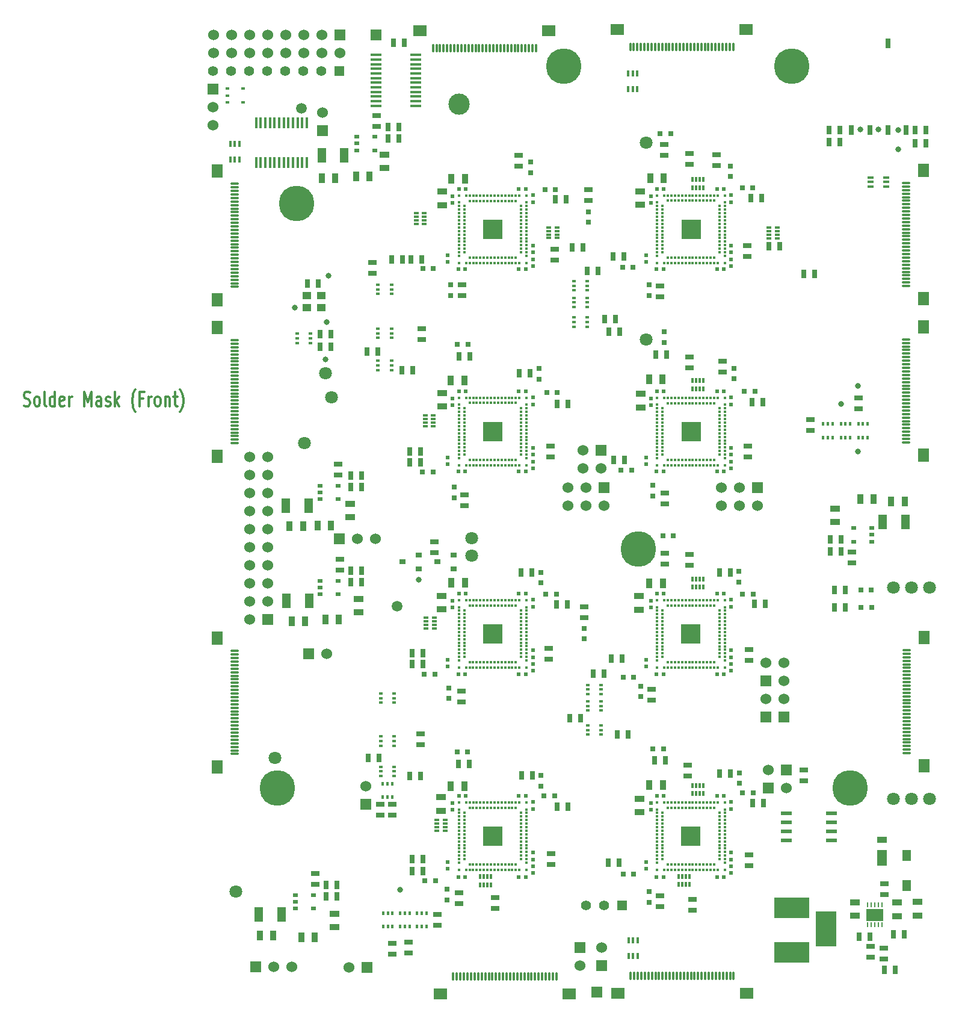
<source format=gts>
G04 (created by PCBNEW (2013-mar-13)-testing) date Fri 02 Aug 2013 11:02:34 BST*
%MOIN*%
G04 Gerber Fmt 3.4, Leading zero omitted, Abs format*
%FSLAX34Y34*%
G01*
G70*
G90*
G04 APERTURE LIST*
%ADD10C,0.000787*%
%ADD11C,0.012000*%
%ADD12R,0.060000X0.060000*%
%ADD13C,0.060000*%
%ADD14R,0.055000X0.055000*%
%ADD15C,0.055000*%
%ADD16C,0.031600*%
%ADD17R,0.063000X0.063000*%
%ADD18R,0.196900X0.118100*%
%ADD19R,0.118100X0.196900*%
%ADD20C,0.059100*%
%ADD21C,0.070900*%
%ADD22R,0.025600X0.011800*%
%ADD23R,0.051200X0.043300*%
%ADD24R,0.074800X0.063000*%
%ADD25O,0.011800X0.049200*%
%ADD26R,0.045000X0.025000*%
%ADD27R,0.030000X0.020000*%
%ADD28R,0.025000X0.045000*%
%ADD29R,0.093700X0.065000*%
%ADD30R,0.009800X0.026600*%
%ADD31R,0.055100X0.086600*%
%ADD32R,0.055100X0.035400*%
%ADD33R,0.015700X0.019700*%
%ADD34R,0.019700X0.015700*%
%ADD35R,0.063000X0.074800*%
%ADD36O,0.049200X0.011800*%
%ADD37R,0.011800X0.063000*%
%ADD38R,0.063000X0.011800*%
%ADD39R,0.025600X0.053100*%
%ADD40R,0.037400X0.025600*%
%ADD41R,0.023600X0.015700*%
%ADD42R,0.047200X0.063000*%
%ADD43R,0.047200X0.078700*%
%ADD44R,0.024400X0.024400*%
%ADD45R,0.055000X0.035000*%
%ADD46R,0.035000X0.055000*%
%ADD47C,0.196900*%
%ADD48R,0.031400X0.031400*%
%ADD49R,0.059100X0.020000*%
%ADD50R,0.011800X0.025600*%
%ADD51R,0.013800X0.033500*%
%ADD52R,0.033500X0.013800*%
%ADD53C,0.118110*%
%ADD54R,0.110200X0.110200*%
%ADD55R,0.011800X0.011800*%
G04 APERTURE END LIST*
G54D10*
G54D11*
X5443Y-31770D02*
X5529Y-31808D01*
X5672Y-31808D01*
X5729Y-31770D01*
X5757Y-31732D01*
X5786Y-31656D01*
X5786Y-31580D01*
X5757Y-31504D01*
X5729Y-31466D01*
X5672Y-31427D01*
X5557Y-31389D01*
X5500Y-31351D01*
X5472Y-31313D01*
X5443Y-31237D01*
X5443Y-31161D01*
X5472Y-31085D01*
X5500Y-31047D01*
X5557Y-31008D01*
X5700Y-31008D01*
X5786Y-31047D01*
X6129Y-31808D02*
X6072Y-31770D01*
X6043Y-31732D01*
X6014Y-31656D01*
X6014Y-31427D01*
X6043Y-31351D01*
X6072Y-31313D01*
X6129Y-31275D01*
X6214Y-31275D01*
X6272Y-31313D01*
X6300Y-31351D01*
X6329Y-31427D01*
X6329Y-31656D01*
X6300Y-31732D01*
X6272Y-31770D01*
X6214Y-31808D01*
X6129Y-31808D01*
X6672Y-31808D02*
X6614Y-31770D01*
X6586Y-31694D01*
X6586Y-31008D01*
X7157Y-31808D02*
X7157Y-31008D01*
X7157Y-31770D02*
X7100Y-31808D01*
X6986Y-31808D01*
X6929Y-31770D01*
X6900Y-31732D01*
X6872Y-31656D01*
X6872Y-31427D01*
X6900Y-31351D01*
X6929Y-31313D01*
X6986Y-31275D01*
X7100Y-31275D01*
X7157Y-31313D01*
X7672Y-31770D02*
X7614Y-31808D01*
X7500Y-31808D01*
X7443Y-31770D01*
X7414Y-31694D01*
X7414Y-31389D01*
X7443Y-31313D01*
X7500Y-31275D01*
X7614Y-31275D01*
X7672Y-31313D01*
X7700Y-31389D01*
X7700Y-31466D01*
X7414Y-31542D01*
X7957Y-31808D02*
X7957Y-31275D01*
X7957Y-31427D02*
X7986Y-31351D01*
X8014Y-31313D01*
X8072Y-31275D01*
X8129Y-31275D01*
X8786Y-31808D02*
X8786Y-31008D01*
X8986Y-31580D01*
X9186Y-31008D01*
X9186Y-31808D01*
X9729Y-31808D02*
X9729Y-31389D01*
X9700Y-31313D01*
X9643Y-31275D01*
X9529Y-31275D01*
X9472Y-31313D01*
X9729Y-31770D02*
X9672Y-31808D01*
X9529Y-31808D01*
X9472Y-31770D01*
X9443Y-31694D01*
X9443Y-31618D01*
X9472Y-31542D01*
X9529Y-31504D01*
X9672Y-31504D01*
X9729Y-31466D01*
X9986Y-31770D02*
X10043Y-31808D01*
X10157Y-31808D01*
X10214Y-31770D01*
X10243Y-31694D01*
X10243Y-31656D01*
X10214Y-31580D01*
X10157Y-31542D01*
X10072Y-31542D01*
X10014Y-31504D01*
X9986Y-31427D01*
X9986Y-31389D01*
X10014Y-31313D01*
X10072Y-31275D01*
X10157Y-31275D01*
X10214Y-31313D01*
X10500Y-31808D02*
X10500Y-31008D01*
X10557Y-31504D02*
X10729Y-31808D01*
X10729Y-31275D02*
X10500Y-31580D01*
X11614Y-32113D02*
X11586Y-32075D01*
X11529Y-31961D01*
X11500Y-31885D01*
X11472Y-31770D01*
X11443Y-31580D01*
X11443Y-31427D01*
X11472Y-31237D01*
X11500Y-31123D01*
X11529Y-31047D01*
X11586Y-30932D01*
X11614Y-30894D01*
X12043Y-31389D02*
X11843Y-31389D01*
X11843Y-31808D02*
X11843Y-31008D01*
X12129Y-31008D01*
X12357Y-31808D02*
X12357Y-31275D01*
X12357Y-31427D02*
X12386Y-31351D01*
X12414Y-31313D01*
X12472Y-31275D01*
X12529Y-31275D01*
X12814Y-31808D02*
X12757Y-31770D01*
X12729Y-31732D01*
X12700Y-31656D01*
X12700Y-31427D01*
X12729Y-31351D01*
X12757Y-31313D01*
X12814Y-31275D01*
X12900Y-31275D01*
X12957Y-31313D01*
X12986Y-31351D01*
X13014Y-31427D01*
X13014Y-31656D01*
X12986Y-31732D01*
X12957Y-31770D01*
X12900Y-31808D01*
X12814Y-31808D01*
X13272Y-31275D02*
X13272Y-31808D01*
X13272Y-31351D02*
X13300Y-31313D01*
X13357Y-31275D01*
X13443Y-31275D01*
X13500Y-31313D01*
X13529Y-31389D01*
X13529Y-31808D01*
X13729Y-31275D02*
X13957Y-31275D01*
X13814Y-31008D02*
X13814Y-31694D01*
X13843Y-31770D01*
X13900Y-31808D01*
X13957Y-31808D01*
X14100Y-32113D02*
X14129Y-32075D01*
X14186Y-31961D01*
X14214Y-31885D01*
X14243Y-31770D01*
X14272Y-31580D01*
X14272Y-31427D01*
X14243Y-31237D01*
X14214Y-31123D01*
X14186Y-31047D01*
X14129Y-30932D01*
X14100Y-30894D01*
G54D12*
X22939Y-11242D03*
G54D13*
X22939Y-12242D03*
X21939Y-11242D03*
X21939Y-12242D03*
X20939Y-11242D03*
X20939Y-12242D03*
X19939Y-11242D03*
X19939Y-12242D03*
X18939Y-11242D03*
X18939Y-12242D03*
X17939Y-11242D03*
X17939Y-12242D03*
X16939Y-11242D03*
X16939Y-12242D03*
X15939Y-12242D03*
X15939Y-11242D03*
G54D14*
X22929Y-13248D03*
G54D15*
X21929Y-13248D03*
X20929Y-13248D03*
X19929Y-13248D03*
X18929Y-13248D03*
X17929Y-13248D03*
X16929Y-13248D03*
X15929Y-13248D03*
G54D16*
X20443Y-26348D03*
G54D14*
X38598Y-59459D03*
G54D15*
X37598Y-59459D03*
X36598Y-59459D03*
G54D17*
X24951Y-11250D03*
G54D18*
X47982Y-62041D03*
X47982Y-59581D03*
G54D19*
X49872Y-60762D03*
G54D20*
X20827Y-15315D03*
X26122Y-42894D03*
G54D21*
X30236Y-40069D03*
G54D16*
X22303Y-24567D03*
G54D22*
X27174Y-21122D03*
X27174Y-21319D03*
X27174Y-21516D03*
X27174Y-21713D03*
X27627Y-21713D03*
X27627Y-21516D03*
X27627Y-21319D03*
X27627Y-21122D03*
G54D23*
X21929Y-25699D03*
X21103Y-25699D03*
X21103Y-26349D03*
X21929Y-26349D03*
G54D12*
X18935Y-43630D03*
G54D13*
X17935Y-43630D03*
X18935Y-42630D03*
X17935Y-42630D03*
X18935Y-41630D03*
X17935Y-41630D03*
X18935Y-40630D03*
X17935Y-40630D03*
X18935Y-39630D03*
X17935Y-39630D03*
X18935Y-38630D03*
X17935Y-38630D03*
X18935Y-37630D03*
X17935Y-37630D03*
X18935Y-36630D03*
X17935Y-36630D03*
X18935Y-35630D03*
X17935Y-35630D03*
X18935Y-34630D03*
X17935Y-34630D03*
G54D24*
X45454Y-10964D03*
X38328Y-10964D03*
G54D25*
X39036Y-11928D03*
X39232Y-11928D03*
X39429Y-11928D03*
X39626Y-11928D03*
X39823Y-11928D03*
X40020Y-11928D03*
X40217Y-11928D03*
X40414Y-11928D03*
X40610Y-11928D03*
X40807Y-11928D03*
X41004Y-11928D03*
X41201Y-11928D03*
X41398Y-11928D03*
X41595Y-11928D03*
X41793Y-11929D03*
X41988Y-11928D03*
X42185Y-11928D03*
X42382Y-11928D03*
X42776Y-11928D03*
X43170Y-11928D03*
X43563Y-11928D03*
X43366Y-11928D03*
X42973Y-11928D03*
X42579Y-11928D03*
X43760Y-11928D03*
X43957Y-11928D03*
X44154Y-11928D03*
X44351Y-11928D03*
X44547Y-11928D03*
X44746Y-11928D03*
G54D24*
X34526Y-11022D03*
X27400Y-11022D03*
G54D25*
X28108Y-11986D03*
X28304Y-11986D03*
X28501Y-11986D03*
X28698Y-11986D03*
X28895Y-11986D03*
X29092Y-11986D03*
X29289Y-11986D03*
X29486Y-11986D03*
X29682Y-11986D03*
X29879Y-11986D03*
X30076Y-11986D03*
X30273Y-11986D03*
X30470Y-11986D03*
X30667Y-11986D03*
X30865Y-11987D03*
X31060Y-11986D03*
X31257Y-11986D03*
X31454Y-11986D03*
X31848Y-11986D03*
X32242Y-11986D03*
X32635Y-11986D03*
X32438Y-11986D03*
X32045Y-11986D03*
X31651Y-11986D03*
X32832Y-11986D03*
X33029Y-11986D03*
X33226Y-11986D03*
X33423Y-11986D03*
X33619Y-11986D03*
X33818Y-11986D03*
G54D26*
X34528Y-45812D03*
X34528Y-45212D03*
X34646Y-57170D03*
X34646Y-56570D03*
X45531Y-23528D03*
X45531Y-22928D03*
X45551Y-34610D03*
X45551Y-34010D03*
G54D27*
X20485Y-58877D03*
X20485Y-59627D03*
X21485Y-58877D03*
X20485Y-59252D03*
X21485Y-59627D03*
G54D26*
X21575Y-58293D03*
X21575Y-57693D03*
G54D28*
X22800Y-58327D03*
X22200Y-58327D03*
G54D27*
X21841Y-36213D03*
X21841Y-36963D03*
X22841Y-36213D03*
X21841Y-36588D03*
X22841Y-36963D03*
G54D26*
X22855Y-35616D03*
X22855Y-35016D03*
G54D28*
X24156Y-35663D03*
X23556Y-35663D03*
X24160Y-40923D03*
X23560Y-40923D03*
G54D26*
X22935Y-40889D03*
X22935Y-40289D03*
G54D27*
X21845Y-41473D03*
X21845Y-42223D03*
X22845Y-41473D03*
X21845Y-41848D03*
X22845Y-42223D03*
X23890Y-16891D03*
X23890Y-17641D03*
X24890Y-16891D03*
X23890Y-17266D03*
X24890Y-17641D03*
X52419Y-39303D03*
X52419Y-38553D03*
X51419Y-39303D03*
X52419Y-38928D03*
X51419Y-38553D03*
G54D29*
X52585Y-59971D03*
G54D30*
X52585Y-60522D03*
X52782Y-60522D03*
X52979Y-60522D03*
X52388Y-60522D03*
X52191Y-60522D03*
X52585Y-59420D03*
X52388Y-59420D03*
X52191Y-59420D03*
X52782Y-59420D03*
X52979Y-59420D03*
G54D31*
X52972Y-56831D03*
G54D32*
X52972Y-55827D03*
G54D28*
X50104Y-39853D03*
X50704Y-39853D03*
G54D26*
X51329Y-39887D03*
X51329Y-40487D03*
X52350Y-62318D03*
X52350Y-61718D03*
G54D28*
X52315Y-61172D03*
X51715Y-61172D03*
G54D26*
X53071Y-61806D03*
X53071Y-62406D03*
G54D28*
X53605Y-61054D03*
X54205Y-61054D03*
G54D26*
X24980Y-16307D03*
X24980Y-15707D03*
G54D28*
X26205Y-16341D03*
X25605Y-16341D03*
G54D26*
X34862Y-23725D03*
X34862Y-23125D03*
G54D33*
X27481Y-59882D03*
X27737Y-59882D03*
X27225Y-59882D03*
X27225Y-60630D03*
X27481Y-60630D03*
X27737Y-60630D03*
X26556Y-59882D03*
X26812Y-59882D03*
X26300Y-59882D03*
X26300Y-60630D03*
X26556Y-60630D03*
X26812Y-60630D03*
X25611Y-59882D03*
X25867Y-59882D03*
X25355Y-59882D03*
X25355Y-60630D03*
X25611Y-60630D03*
X25867Y-60630D03*
G54D26*
X45630Y-57249D03*
X45630Y-56649D03*
X45610Y-45891D03*
X45610Y-45291D03*
X34626Y-34610D03*
X34626Y-34010D03*
G54D34*
X35904Y-25137D03*
X35904Y-24881D03*
X35904Y-25393D03*
X36652Y-25393D03*
X36652Y-25137D03*
X36652Y-24881D03*
X25059Y-25335D03*
X25059Y-25079D03*
X25059Y-25591D03*
X25807Y-25591D03*
X25807Y-25335D03*
X25807Y-25079D03*
X35904Y-26063D03*
X35904Y-25807D03*
X35904Y-26319D03*
X36652Y-26319D03*
X36652Y-26063D03*
X36652Y-25807D03*
X25059Y-27776D03*
X25059Y-27520D03*
X25059Y-28032D03*
X25807Y-28032D03*
X25807Y-27776D03*
X25807Y-27520D03*
G54D24*
X28524Y-64351D03*
X35650Y-64351D03*
G54D25*
X34942Y-63387D03*
X34746Y-63387D03*
X34549Y-63387D03*
X34352Y-63387D03*
X34155Y-63387D03*
X33958Y-63387D03*
X33761Y-63387D03*
X33564Y-63387D03*
X33368Y-63387D03*
X33171Y-63387D03*
X32974Y-63387D03*
X32777Y-63387D03*
X32580Y-63387D03*
X32383Y-63387D03*
X32185Y-63386D03*
X31990Y-63387D03*
X31793Y-63387D03*
X31596Y-63387D03*
X31202Y-63387D03*
X30808Y-63387D03*
X30415Y-63387D03*
X30612Y-63387D03*
X31005Y-63387D03*
X31399Y-63387D03*
X30218Y-63387D03*
X30021Y-63387D03*
X29824Y-63387D03*
X29627Y-63387D03*
X29431Y-63387D03*
X29232Y-63387D03*
G54D24*
X38347Y-64312D03*
X45473Y-64312D03*
G54D25*
X44765Y-63348D03*
X44569Y-63348D03*
X44372Y-63348D03*
X44175Y-63348D03*
X43978Y-63348D03*
X43781Y-63348D03*
X43584Y-63348D03*
X43387Y-63348D03*
X43191Y-63348D03*
X42994Y-63348D03*
X42797Y-63348D03*
X42600Y-63348D03*
X42403Y-63348D03*
X42206Y-63348D03*
X42008Y-63347D03*
X41813Y-63348D03*
X41616Y-63348D03*
X41419Y-63348D03*
X41025Y-63348D03*
X40631Y-63348D03*
X40238Y-63348D03*
X40435Y-63348D03*
X40828Y-63348D03*
X41222Y-63348D03*
X40041Y-63348D03*
X39844Y-63348D03*
X39647Y-63348D03*
X39450Y-63348D03*
X39254Y-63348D03*
X39055Y-63348D03*
G54D35*
X55294Y-25865D03*
X55294Y-18739D03*
G54D36*
X54330Y-19447D03*
X54330Y-19643D03*
X54330Y-19840D03*
X54330Y-20037D03*
X54330Y-20234D03*
X54330Y-20431D03*
X54330Y-20628D03*
X54330Y-20825D03*
X54330Y-21021D03*
X54330Y-21218D03*
X54330Y-21415D03*
X54330Y-21612D03*
X54330Y-21809D03*
X54330Y-22006D03*
X54329Y-22204D03*
X54330Y-22399D03*
X54330Y-22596D03*
X54330Y-22793D03*
X54330Y-23187D03*
X54330Y-23581D03*
X54330Y-23974D03*
X54330Y-23777D03*
X54330Y-23384D03*
X54330Y-22990D03*
X54330Y-24171D03*
X54330Y-24368D03*
X54330Y-24565D03*
X54330Y-24762D03*
X54330Y-24958D03*
X54330Y-25157D03*
G54D35*
X55296Y-34527D03*
X55296Y-27401D03*
G54D36*
X54332Y-28109D03*
X54332Y-28305D03*
X54332Y-28502D03*
X54332Y-28699D03*
X54332Y-28896D03*
X54332Y-29093D03*
X54332Y-29290D03*
X54332Y-29487D03*
X54332Y-29683D03*
X54332Y-29880D03*
X54332Y-30077D03*
X54332Y-30274D03*
X54332Y-30471D03*
X54332Y-30668D03*
X54331Y-30866D03*
X54332Y-31061D03*
X54332Y-31258D03*
X54332Y-31455D03*
X54332Y-31849D03*
X54332Y-32243D03*
X54332Y-32636D03*
X54332Y-32439D03*
X54332Y-32046D03*
X54332Y-31652D03*
X54332Y-32833D03*
X54332Y-33030D03*
X54332Y-33227D03*
X54332Y-33424D03*
X54332Y-33620D03*
X54332Y-33819D03*
G54D35*
X55316Y-51732D03*
X55316Y-44606D03*
G54D36*
X54352Y-45314D03*
X54352Y-45510D03*
X54352Y-45707D03*
X54352Y-45904D03*
X54352Y-46101D03*
X54352Y-46298D03*
X54352Y-46495D03*
X54352Y-46692D03*
X54352Y-46888D03*
X54352Y-47085D03*
X54352Y-47282D03*
X54352Y-47479D03*
X54352Y-47676D03*
X54352Y-47873D03*
X54351Y-48071D03*
X54352Y-48266D03*
X54352Y-48463D03*
X54352Y-48660D03*
X54352Y-49054D03*
X54352Y-49448D03*
X54352Y-49841D03*
X54352Y-49644D03*
X54352Y-49251D03*
X54352Y-48857D03*
X54352Y-50038D03*
X54352Y-50235D03*
X54352Y-50432D03*
X54352Y-50629D03*
X54352Y-50825D03*
X54352Y-51024D03*
G54D35*
X16161Y-44646D03*
X16161Y-51772D03*
G54D36*
X17125Y-51064D03*
X17125Y-50868D03*
X17125Y-50671D03*
X17125Y-50474D03*
X17125Y-50277D03*
X17125Y-50080D03*
X17125Y-49883D03*
X17125Y-49686D03*
X17125Y-49490D03*
X17125Y-49293D03*
X17125Y-49096D03*
X17125Y-48899D03*
X17125Y-48702D03*
X17125Y-48505D03*
X17126Y-48307D03*
X17125Y-48112D03*
X17125Y-47915D03*
X17125Y-47718D03*
X17125Y-47324D03*
X17125Y-46930D03*
X17125Y-46537D03*
X17125Y-46734D03*
X17125Y-47127D03*
X17125Y-47521D03*
X17125Y-46340D03*
X17125Y-46143D03*
X17125Y-45946D03*
X17125Y-45749D03*
X17125Y-45553D03*
X17125Y-45354D03*
G54D35*
X16161Y-27441D03*
X16161Y-34567D03*
G54D36*
X17125Y-33859D03*
X17125Y-33663D03*
X17125Y-33466D03*
X17125Y-33269D03*
X17125Y-33072D03*
X17125Y-32875D03*
X17125Y-32678D03*
X17125Y-32481D03*
X17125Y-32285D03*
X17125Y-32088D03*
X17125Y-31891D03*
X17125Y-31694D03*
X17125Y-31497D03*
X17125Y-31300D03*
X17126Y-31102D03*
X17125Y-30907D03*
X17125Y-30710D03*
X17125Y-30513D03*
X17125Y-30119D03*
X17125Y-29725D03*
X17125Y-29332D03*
X17125Y-29529D03*
X17125Y-29922D03*
X17125Y-30316D03*
X17125Y-29135D03*
X17125Y-28938D03*
X17125Y-28741D03*
X17125Y-28544D03*
X17125Y-28348D03*
X17125Y-28149D03*
G54D35*
X16160Y-18780D03*
X16160Y-25906D03*
G54D36*
X17124Y-25198D03*
X17124Y-25002D03*
X17124Y-24805D03*
X17124Y-24608D03*
X17124Y-24411D03*
X17124Y-24214D03*
X17124Y-24017D03*
X17124Y-23820D03*
X17124Y-23624D03*
X17124Y-23427D03*
X17124Y-23230D03*
X17124Y-23033D03*
X17124Y-22836D03*
X17124Y-22639D03*
X17125Y-22441D03*
X17124Y-22246D03*
X17124Y-22049D03*
X17124Y-21852D03*
X17124Y-21458D03*
X17124Y-21064D03*
X17124Y-20671D03*
X17124Y-20868D03*
X17124Y-21261D03*
X17124Y-21655D03*
X17124Y-20474D03*
X17124Y-20277D03*
X17124Y-20080D03*
X17124Y-19883D03*
X17124Y-19687D03*
X17124Y-19488D03*
G54D37*
X20610Y-18307D03*
X20866Y-18307D03*
X21122Y-18307D03*
X20354Y-18307D03*
X20098Y-18307D03*
X19842Y-18307D03*
X18307Y-18307D03*
X18563Y-18307D03*
X18819Y-18307D03*
X19587Y-18307D03*
X19331Y-18307D03*
X19075Y-18307D03*
X19075Y-16103D03*
X19331Y-16103D03*
X19587Y-16103D03*
X18819Y-16103D03*
X18563Y-16103D03*
X18307Y-16103D03*
X19842Y-16103D03*
X20098Y-16103D03*
X20354Y-16103D03*
X21122Y-16103D03*
X20866Y-16103D03*
X20610Y-16103D03*
G54D38*
X27165Y-12874D03*
X27165Y-12618D03*
X27165Y-12362D03*
X27165Y-13130D03*
X27165Y-13386D03*
X27165Y-13642D03*
X27165Y-15177D03*
X27165Y-14921D03*
X27165Y-14665D03*
X27165Y-13897D03*
X27165Y-14153D03*
X27165Y-14409D03*
X24961Y-14409D03*
X24961Y-14153D03*
X24961Y-13897D03*
X24961Y-14665D03*
X24961Y-14921D03*
X24961Y-15177D03*
X24961Y-13642D03*
X24961Y-13386D03*
X24961Y-13130D03*
X24961Y-12362D03*
X24961Y-12618D03*
X24961Y-12874D03*
G54D39*
X53306Y-16516D03*
X54310Y-16516D03*
X52302Y-16516D03*
X51298Y-16516D03*
X53307Y-11713D03*
G54D40*
X29252Y-40806D03*
X29252Y-40058D03*
X28346Y-40432D03*
X27323Y-40806D03*
X27323Y-40058D03*
X26417Y-40432D03*
G54D26*
X28169Y-39306D03*
X28169Y-39906D03*
X26752Y-61472D03*
X26752Y-62072D03*
G54D34*
X35905Y-27145D03*
X35905Y-26889D03*
X35905Y-27401D03*
X36653Y-27401D03*
X36653Y-27145D03*
X36653Y-26889D03*
G54D41*
X16713Y-14606D03*
X16713Y-14232D03*
X16713Y-14980D03*
X17579Y-14980D03*
X17579Y-14232D03*
G54D26*
X24764Y-24454D03*
X24764Y-23854D03*
G54D28*
X54818Y-16516D03*
X55418Y-16516D03*
X54818Y-17244D03*
X55418Y-17244D03*
X50635Y-17185D03*
X50035Y-17185D03*
X50635Y-16516D03*
X50035Y-16516D03*
G54D34*
X36673Y-47500D03*
X36673Y-47244D03*
X36673Y-47756D03*
X37421Y-47756D03*
X37421Y-47500D03*
X37421Y-47244D03*
X36673Y-48406D03*
X36673Y-48150D03*
X36673Y-48662D03*
X37421Y-48662D03*
X37421Y-48406D03*
X37421Y-48150D03*
X25217Y-47972D03*
X25217Y-47716D03*
X25217Y-48228D03*
X25965Y-48228D03*
X25965Y-47972D03*
X25965Y-47716D03*
X25217Y-50354D03*
X25217Y-50098D03*
X25217Y-50610D03*
X25965Y-50610D03*
X25965Y-50354D03*
X25965Y-50098D03*
G54D33*
X50965Y-33543D03*
X50709Y-33543D03*
X51221Y-33543D03*
X51221Y-32795D03*
X50965Y-32795D03*
X50709Y-32795D03*
X51929Y-33543D03*
X51673Y-33543D03*
X52185Y-33543D03*
X52185Y-32795D03*
X51929Y-32795D03*
X51673Y-32795D03*
G54D34*
X20581Y-28051D03*
X20581Y-27795D03*
X20581Y-28307D03*
X21329Y-28307D03*
X21329Y-28051D03*
X21329Y-27795D03*
X36673Y-49744D03*
X36673Y-49488D03*
X36673Y-50000D03*
X37421Y-50000D03*
X37421Y-49744D03*
X37421Y-49488D03*
X25217Y-52028D03*
X25217Y-51772D03*
X25217Y-52284D03*
X25965Y-52284D03*
X25965Y-52028D03*
X25965Y-51772D03*
G54D33*
X49980Y-33543D03*
X49724Y-33543D03*
X50236Y-33543D03*
X50236Y-32795D03*
X49980Y-32795D03*
X49724Y-32795D03*
G54D42*
X54350Y-56671D03*
X54350Y-58345D03*
G54D43*
X54291Y-38205D03*
X53031Y-38205D03*
X18457Y-59960D03*
X19717Y-59960D03*
X19990Y-42578D03*
X21250Y-42578D03*
X19957Y-37322D03*
X21217Y-37322D03*
X21941Y-17925D03*
X23201Y-17925D03*
G54D26*
X53110Y-58863D03*
X53110Y-58263D03*
G54D28*
X21767Y-25010D03*
X21167Y-25010D03*
X26206Y-16969D03*
X25606Y-16969D03*
X53106Y-63012D03*
X53706Y-63012D03*
X50113Y-39173D03*
X50713Y-39173D03*
X24158Y-41555D03*
X23558Y-41555D03*
X24158Y-36299D03*
X23558Y-36299D03*
X22800Y-58957D03*
X22200Y-58957D03*
X37249Y-24331D03*
X36649Y-24331D03*
G54D26*
X27421Y-49936D03*
X27421Y-50536D03*
X27480Y-28115D03*
X27480Y-27515D03*
G54D28*
X37583Y-46614D03*
X36983Y-46614D03*
G54D26*
X42224Y-51669D03*
X42224Y-52269D03*
X42303Y-40015D03*
X42303Y-40615D03*
X42500Y-59129D03*
X42500Y-59729D03*
X25866Y-62150D03*
X25866Y-61550D03*
X51673Y-31354D03*
X51673Y-31954D03*
X31535Y-59011D03*
X31535Y-59611D03*
G54D28*
X24503Y-51280D03*
X25103Y-51280D03*
X27426Y-52283D03*
X26826Y-52283D03*
X38922Y-50000D03*
X38322Y-50000D03*
X35684Y-49075D03*
X36284Y-49075D03*
X27564Y-45472D03*
X26964Y-45472D03*
X27544Y-56870D03*
X26944Y-56870D03*
X38450Y-27697D03*
X37850Y-27697D03*
X38233Y-26969D03*
X37633Y-26969D03*
X26973Y-29803D03*
X26373Y-29803D03*
X24464Y-28799D03*
X25064Y-28799D03*
X36402Y-23012D03*
X35802Y-23012D03*
X27426Y-34311D03*
X26826Y-34311D03*
G54D26*
X42303Y-17830D03*
X42303Y-18430D03*
X42303Y-29070D03*
X42303Y-29670D03*
G54D28*
X47308Y-22953D03*
X46708Y-22953D03*
X48657Y-24488D03*
X49257Y-24488D03*
X26422Y-23681D03*
X25822Y-23681D03*
X38686Y-23524D03*
X38086Y-23524D03*
G54D26*
X40669Y-25153D03*
X40669Y-25753D03*
X43819Y-18469D03*
X43819Y-17869D03*
G54D28*
X45724Y-20295D03*
X46324Y-20295D03*
X38715Y-34773D03*
X38115Y-34773D03*
G54D26*
X40945Y-36629D03*
X40945Y-37229D03*
X44154Y-29926D03*
X44154Y-29326D03*
G54D28*
X45783Y-31575D03*
X46383Y-31575D03*
X27564Y-46083D03*
X26964Y-46083D03*
G54D26*
X29685Y-47574D03*
X29685Y-48174D03*
G54D28*
X32987Y-41004D03*
X33587Y-41004D03*
X34956Y-42776D03*
X35556Y-42776D03*
X27544Y-57539D03*
X26944Y-57539D03*
G54D26*
X29547Y-58735D03*
X29547Y-59335D03*
G54D28*
X33007Y-52244D03*
X33607Y-52244D03*
X34995Y-53996D03*
X35595Y-53996D03*
X38587Y-45768D03*
X37987Y-45768D03*
G54D26*
X40217Y-47495D03*
X40217Y-48095D03*
G54D28*
X43972Y-41024D03*
X44572Y-41024D03*
X45920Y-42756D03*
X46520Y-42756D03*
X38410Y-57087D03*
X37810Y-57087D03*
G54D26*
X40689Y-58932D03*
X40689Y-59532D03*
G54D28*
X43972Y-52146D03*
X44572Y-52146D03*
X45822Y-53799D03*
X46422Y-53799D03*
X27485Y-23681D03*
X26885Y-23681D03*
G54D26*
X29705Y-25074D03*
X29705Y-25674D03*
X32854Y-18509D03*
X32854Y-17909D03*
G54D28*
X34877Y-20354D03*
X35477Y-20354D03*
X27426Y-34902D03*
X26826Y-34902D03*
G54D26*
X29843Y-36728D03*
X29843Y-37328D03*
G54D28*
X32889Y-30000D03*
X33489Y-30000D03*
X34976Y-31673D03*
X35576Y-31673D03*
G54D44*
X33642Y-22921D03*
X33642Y-23299D03*
X29193Y-20563D03*
X29193Y-20185D03*
X28917Y-23453D03*
X28917Y-23831D03*
X33642Y-20504D03*
X33642Y-20126D03*
X33642Y-23669D03*
X33642Y-24047D03*
X29913Y-19783D03*
X29535Y-19783D03*
X32862Y-24232D03*
X33240Y-24232D03*
X29894Y-24232D03*
X29516Y-24232D03*
X32862Y-19783D03*
X33240Y-19783D03*
X43846Y-30984D03*
X44224Y-30984D03*
X40878Y-35433D03*
X40500Y-35433D03*
X43846Y-35433D03*
X44224Y-35433D03*
X40898Y-30984D03*
X40520Y-30984D03*
X44626Y-34870D03*
X44626Y-35248D03*
X44626Y-31705D03*
X44626Y-31327D03*
X39902Y-34654D03*
X39902Y-35032D03*
X40177Y-31764D03*
X40177Y-31386D03*
X44626Y-34122D03*
X44626Y-34500D03*
X44626Y-22921D03*
X44626Y-23299D03*
X40177Y-20563D03*
X40177Y-20185D03*
X39902Y-23453D03*
X39902Y-23831D03*
X44626Y-20504D03*
X44626Y-20126D03*
X44626Y-23669D03*
X44626Y-24047D03*
X40898Y-19783D03*
X40520Y-19783D03*
X43846Y-24232D03*
X44224Y-24232D03*
X40878Y-24232D03*
X40500Y-24232D03*
X43846Y-19783D03*
X44224Y-19783D03*
X32862Y-30984D03*
X33240Y-30984D03*
X29894Y-35433D03*
X29516Y-35433D03*
X32862Y-35433D03*
X33240Y-35433D03*
X29913Y-30984D03*
X29535Y-30984D03*
X33642Y-34870D03*
X33642Y-35248D03*
X33642Y-31705D03*
X33642Y-31327D03*
X28917Y-34654D03*
X28917Y-35032D03*
X29193Y-31764D03*
X29193Y-31386D03*
X33642Y-34122D03*
X33642Y-34500D03*
X33642Y-56524D03*
X33642Y-56902D03*
X29193Y-54165D03*
X29193Y-53787D03*
X28917Y-57055D03*
X28917Y-57433D03*
X33642Y-54106D03*
X33642Y-53728D03*
X33642Y-57272D03*
X33642Y-57650D03*
X29913Y-53386D03*
X29535Y-53386D03*
X32862Y-57894D03*
X33240Y-57894D03*
X29894Y-57894D03*
X29516Y-57894D03*
X32862Y-53386D03*
X33240Y-53386D03*
X43846Y-53386D03*
X44224Y-53386D03*
X40878Y-57894D03*
X40500Y-57894D03*
X43846Y-57894D03*
X44224Y-57894D03*
X40898Y-53386D03*
X40520Y-53386D03*
X44626Y-57272D03*
X44626Y-57650D03*
X44626Y-54106D03*
X44626Y-53728D03*
X39902Y-57055D03*
X39902Y-57433D03*
X40177Y-54165D03*
X40177Y-53787D03*
X44626Y-56524D03*
X44626Y-56902D03*
X44626Y-45323D03*
X44626Y-45701D03*
X40177Y-42965D03*
X40177Y-42587D03*
X39902Y-45854D03*
X39902Y-46232D03*
X44626Y-42906D03*
X44626Y-42528D03*
X44626Y-46071D03*
X44626Y-46449D03*
X40898Y-42185D03*
X40520Y-42185D03*
X43846Y-46634D03*
X44224Y-46634D03*
X40878Y-46634D03*
X40500Y-46634D03*
X43846Y-42185D03*
X44224Y-42185D03*
X32862Y-42185D03*
X33240Y-42185D03*
X29894Y-46634D03*
X29516Y-46634D03*
X32862Y-46634D03*
X33240Y-46634D03*
X29913Y-42185D03*
X29535Y-42185D03*
X33642Y-46071D03*
X33642Y-46449D03*
X33642Y-42906D03*
X33642Y-42528D03*
X28917Y-45854D03*
X28917Y-46232D03*
X29193Y-42965D03*
X29193Y-42587D03*
X33642Y-45323D03*
X33642Y-45701D03*
G54D45*
X28622Y-20670D03*
X28622Y-19920D03*
G54D46*
X29883Y-19213D03*
X29133Y-19213D03*
G54D45*
X28602Y-31832D03*
X28602Y-31082D03*
G54D46*
X29844Y-30394D03*
X29094Y-30394D03*
X23838Y-19094D03*
X24588Y-19094D03*
G54D45*
X39587Y-20651D03*
X39587Y-19901D03*
G54D46*
X40887Y-19193D03*
X40137Y-19193D03*
G54D45*
X39626Y-31871D03*
X39626Y-31121D03*
G54D46*
X40828Y-30315D03*
X40078Y-30315D03*
X21712Y-38425D03*
X22462Y-38425D03*
G54D45*
X23504Y-37204D03*
X23504Y-37954D03*
X28583Y-43052D03*
X28583Y-42302D03*
G54D46*
X29883Y-41594D03*
X29133Y-41594D03*
G54D45*
X28543Y-54214D03*
X28543Y-53464D03*
G54D46*
X29844Y-52835D03*
X29094Y-52835D03*
X22145Y-43622D03*
X22895Y-43622D03*
G54D45*
X23976Y-42479D03*
X23976Y-43229D03*
X39528Y-43072D03*
X39528Y-42322D03*
G54D46*
X40847Y-41614D03*
X40097Y-41614D03*
G54D45*
X39567Y-54292D03*
X39567Y-53542D03*
G54D46*
X40847Y-52795D03*
X40097Y-52795D03*
X20806Y-61220D03*
X21556Y-61220D03*
G54D45*
X22638Y-59901D03*
X22638Y-60651D03*
X50374Y-38229D03*
X50374Y-37479D03*
X25433Y-17873D03*
X25433Y-18623D03*
X54941Y-59251D03*
X54941Y-60001D03*
X53819Y-59290D03*
X53819Y-60040D03*
X51496Y-59271D03*
X51496Y-60021D03*
G54D16*
X26289Y-58593D03*
X27323Y-41427D03*
X53868Y-16516D03*
X53868Y-17579D03*
X52795Y-16496D03*
X51791Y-16496D03*
X22224Y-27136D03*
X51663Y-34311D03*
X51663Y-30679D03*
X50709Y-31673D03*
G54D26*
X49006Y-32544D03*
X49006Y-33144D03*
X28346Y-60566D03*
X28346Y-59966D03*
G54D28*
X22465Y-27815D03*
X21865Y-27815D03*
X21865Y-28514D03*
X22465Y-28514D03*
G54D16*
X22146Y-29203D03*
G54D47*
X19469Y-52953D03*
X51220Y-52953D03*
X39469Y-39715D03*
X20543Y-20567D03*
X47972Y-12992D03*
G54D48*
X33524Y-18289D03*
X33524Y-18879D03*
X35000Y-31043D03*
X34410Y-31043D03*
X33976Y-29724D03*
X33976Y-30314D03*
X34901Y-19824D03*
X34311Y-19824D03*
X27540Y-24194D03*
X28130Y-24194D03*
X29094Y-25670D03*
X29094Y-25080D03*
X45826Y-19705D03*
X45236Y-19705D03*
X44587Y-18505D03*
X44587Y-19095D03*
X38603Y-24115D03*
X39193Y-24115D03*
X40079Y-25670D03*
X40079Y-25080D03*
X27520Y-35452D03*
X28110Y-35452D03*
X29272Y-36889D03*
X29272Y-36299D03*
X45945Y-30984D03*
X45355Y-30984D03*
X44783Y-29704D03*
X44783Y-30294D03*
X38524Y-35334D03*
X39114Y-35334D03*
X40295Y-36771D03*
X40295Y-36181D03*
X28996Y-47992D03*
X28996Y-47402D03*
X27618Y-46653D03*
X28208Y-46653D03*
X34094Y-41004D03*
X34094Y-41594D03*
X34941Y-42204D03*
X34351Y-42204D03*
X39606Y-47893D03*
X39606Y-47303D03*
X38642Y-46811D03*
X39232Y-46811D03*
X45039Y-40965D03*
X45039Y-41555D03*
X45846Y-42205D03*
X45256Y-42205D03*
X45846Y-53209D03*
X45256Y-53209D03*
X45089Y-52107D03*
X45089Y-52697D03*
X38642Y-57716D03*
X39232Y-57716D03*
X40098Y-59271D03*
X40098Y-58681D03*
X34842Y-53386D03*
X34252Y-53386D03*
X34075Y-52264D03*
X34075Y-52854D03*
X28898Y-59153D03*
X28898Y-58563D03*
X27658Y-58091D03*
X28248Y-58091D03*
G54D46*
X52521Y-36959D03*
X51771Y-36959D03*
G54D49*
X50196Y-54338D03*
X50196Y-54838D03*
X50196Y-55338D03*
X50196Y-55838D03*
X47696Y-55838D03*
X47696Y-55338D03*
X47696Y-54838D03*
X47696Y-54338D03*
G54D50*
X42500Y-19706D03*
X42697Y-19706D03*
X42894Y-19706D03*
X43091Y-19706D03*
X43091Y-19253D03*
X42894Y-19253D03*
X42697Y-19253D03*
X42500Y-19253D03*
G54D22*
X28132Y-32913D03*
X28132Y-32716D03*
X28132Y-32519D03*
X28132Y-32322D03*
X27679Y-32322D03*
X27679Y-32519D03*
X27679Y-32716D03*
X27679Y-32913D03*
G54D50*
X42500Y-30838D03*
X42697Y-30838D03*
X42894Y-30838D03*
X43091Y-30838D03*
X43091Y-30385D03*
X42894Y-30385D03*
X42697Y-30385D03*
X42500Y-30385D03*
G54D22*
X34972Y-22500D03*
X34972Y-22303D03*
X34972Y-22106D03*
X34972Y-21909D03*
X34519Y-21909D03*
X34519Y-22106D03*
X34519Y-22303D03*
X34519Y-22500D03*
X46721Y-21910D03*
X46721Y-22107D03*
X46721Y-22304D03*
X46721Y-22501D03*
X47174Y-22501D03*
X47174Y-22304D03*
X47174Y-22107D03*
X47174Y-21910D03*
X28181Y-44114D03*
X28181Y-43917D03*
X28181Y-43720D03*
X28181Y-43523D03*
X27728Y-43523D03*
X27728Y-43720D03*
X27728Y-43917D03*
X27728Y-44114D03*
G54D50*
X42500Y-41822D03*
X42697Y-41822D03*
X42894Y-41822D03*
X43091Y-41822D03*
X43091Y-41369D03*
X42894Y-41369D03*
X42697Y-41369D03*
X42500Y-41369D03*
X42500Y-53259D03*
X42697Y-53259D03*
X42894Y-53259D03*
X43091Y-53259D03*
X43091Y-52806D03*
X42894Y-52806D03*
X42697Y-52806D03*
X42500Y-52806D03*
X41713Y-58299D03*
X41910Y-58299D03*
X42107Y-58299D03*
X42304Y-58299D03*
X42304Y-57846D03*
X42107Y-57846D03*
X41910Y-57846D03*
X41713Y-57846D03*
X30729Y-58319D03*
X30926Y-58319D03*
X31123Y-58319D03*
X31320Y-58319D03*
X31320Y-57866D03*
X31123Y-57866D03*
X30926Y-57866D03*
X30729Y-57866D03*
G54D22*
X28771Y-55315D03*
X28771Y-55118D03*
X28771Y-54921D03*
X28771Y-54724D03*
X28318Y-54724D03*
X28318Y-54921D03*
X28318Y-55118D03*
X28318Y-55315D03*
G54D48*
X51821Y-42963D03*
X52411Y-42963D03*
X51811Y-41998D03*
X52401Y-41998D03*
G54D47*
X35345Y-12992D03*
G54D46*
X54241Y-37087D03*
X53491Y-37087D03*
X21034Y-43701D03*
X20284Y-43701D03*
X19265Y-61114D03*
X18515Y-61114D03*
X21936Y-19185D03*
X22686Y-19185D03*
X20914Y-38445D03*
X20164Y-38445D03*
G54D26*
X48661Y-52559D03*
X48661Y-51959D03*
G54D12*
X46691Y-52966D03*
G54D13*
X46691Y-51966D03*
G54D12*
X18291Y-62854D03*
G54D13*
X19291Y-62854D03*
X20291Y-62854D03*
G54D12*
X22917Y-39134D03*
G54D13*
X23917Y-39134D03*
X24917Y-39134D03*
G54D12*
X21222Y-45522D03*
G54D13*
X22222Y-45522D03*
G54D12*
X21998Y-16563D03*
G54D13*
X21998Y-15563D03*
G54D12*
X46562Y-47008D03*
G54D13*
X46562Y-46008D03*
G54D12*
X46566Y-49008D03*
G54D13*
X46566Y-48008D03*
G54D21*
X30246Y-39104D03*
X22156Y-29990D03*
X22470Y-31329D03*
X39931Y-17205D03*
X39911Y-28110D03*
X20974Y-33858D03*
X17200Y-58700D03*
X19350Y-51289D03*
G54D28*
X50340Y-42963D03*
X50940Y-42963D03*
X50350Y-41998D03*
X50950Y-41998D03*
G54D21*
X54630Y-41854D03*
X55630Y-41850D03*
X53622Y-41850D03*
X53622Y-53543D03*
X54634Y-53543D03*
X55630Y-53543D03*
G54D51*
X39193Y-62264D03*
X39449Y-62264D03*
X38937Y-62264D03*
X39193Y-61398D03*
X38937Y-61398D03*
X39449Y-61398D03*
G54D52*
X53228Y-19390D03*
X53228Y-19134D03*
X53228Y-19646D03*
X52362Y-19390D03*
X52362Y-19646D03*
X52362Y-19134D03*
G54D51*
X39173Y-13386D03*
X38917Y-13386D03*
X39429Y-13386D03*
X39173Y-14252D03*
X39429Y-14252D03*
X38917Y-14252D03*
X17126Y-18150D03*
X17382Y-18150D03*
X16870Y-18150D03*
X17126Y-17284D03*
X16870Y-17284D03*
X17382Y-17284D03*
G54D34*
X25059Y-29547D03*
X25059Y-29291D03*
X25059Y-29803D03*
X25807Y-29803D03*
X25807Y-29547D03*
X25807Y-29291D03*
G54D53*
X29547Y-15089D03*
G54D48*
X40886Y-50797D03*
X40296Y-50797D03*
G54D28*
X40999Y-51427D03*
X40399Y-51427D03*
G54D48*
X30029Y-50935D03*
X29439Y-50935D03*
X36476Y-44105D03*
X36476Y-44695D03*
X41427Y-38986D03*
X40837Y-38986D03*
X30049Y-28396D03*
X29459Y-28396D03*
X36722Y-21034D03*
X36722Y-21624D03*
X41279Y-16703D03*
X40689Y-16703D03*
X40906Y-28267D03*
X40906Y-27677D03*
G54D28*
X30123Y-51624D03*
X29523Y-51624D03*
G54D26*
X36476Y-42909D03*
X36476Y-43509D03*
X40955Y-40546D03*
X40955Y-39946D03*
G54D28*
X30143Y-29055D03*
X29543Y-29055D03*
G54D26*
X36732Y-19818D03*
X36732Y-20418D03*
X40906Y-17908D03*
X40906Y-17308D03*
G54D28*
X41038Y-28957D03*
X40438Y-28957D03*
G54D26*
X25839Y-54450D03*
X25839Y-53850D03*
X25181Y-54446D03*
X25181Y-53846D03*
G54D33*
X25587Y-52709D03*
X25843Y-52709D03*
X25331Y-52709D03*
X25331Y-53457D03*
X25587Y-53457D03*
X25843Y-53457D03*
G54D12*
X36252Y-61783D03*
G54D13*
X36252Y-62783D03*
G54D12*
X24437Y-62874D03*
G54D13*
X23437Y-62874D03*
G54D12*
X37449Y-62783D03*
G54D13*
X37449Y-61783D03*
G54D12*
X24380Y-53846D03*
G54D13*
X24380Y-52846D03*
G54D12*
X37197Y-64244D03*
G54D54*
X31418Y-22009D03*
G54D55*
X33288Y-23879D03*
X29548Y-23879D03*
X33288Y-20139D03*
X29548Y-20139D03*
X29942Y-20139D03*
X30139Y-20139D03*
X30336Y-20139D03*
X30533Y-20139D03*
X30729Y-20139D03*
X30926Y-20139D03*
X31123Y-20139D03*
X31320Y-20139D03*
X31507Y-20139D03*
X31714Y-20139D03*
X31911Y-20139D03*
X32108Y-20139D03*
X32304Y-20139D03*
X32501Y-20139D03*
X32698Y-20139D03*
X32894Y-20139D03*
X30138Y-20434D03*
X30335Y-20434D03*
X30532Y-20434D03*
X30729Y-20434D03*
X30926Y-20434D03*
X31123Y-20434D03*
X31320Y-20434D03*
X31516Y-20434D03*
X31713Y-20434D03*
X31910Y-20434D03*
X32107Y-20434D03*
X32304Y-20434D03*
X32501Y-20434D03*
X32698Y-20434D03*
X29548Y-20533D03*
X29548Y-20729D03*
X29548Y-20926D03*
X29548Y-21123D03*
X29548Y-21320D03*
X29548Y-21517D03*
X29548Y-21911D03*
X29548Y-22108D03*
X29548Y-22304D03*
X29548Y-22501D03*
X29548Y-22894D03*
X29548Y-23091D03*
X29548Y-23288D03*
X29548Y-23485D03*
X29548Y-21714D03*
X29548Y-22698D03*
X29843Y-20729D03*
X29843Y-20926D03*
X29843Y-21123D03*
X29843Y-21320D03*
X29843Y-21517D03*
X29843Y-21714D03*
X29843Y-21911D03*
X29843Y-22107D03*
X29843Y-22304D03*
X29843Y-22501D03*
X29843Y-22698D03*
X29843Y-22895D03*
X29843Y-23092D03*
X29843Y-23289D03*
X29942Y-23879D03*
X30138Y-23879D03*
X30335Y-23879D03*
X30532Y-23879D03*
X30729Y-23879D03*
X30926Y-23879D03*
X31123Y-23879D03*
X31320Y-23879D03*
X31516Y-23879D03*
X31713Y-23879D03*
X31910Y-23879D03*
X32107Y-23879D03*
X32304Y-23879D03*
X32501Y-23879D03*
X32698Y-23879D03*
X32894Y-23879D03*
X30138Y-23584D03*
X30335Y-23584D03*
X30532Y-23584D03*
X30729Y-23584D03*
X30926Y-23584D03*
X31123Y-23584D03*
X31320Y-23584D03*
X31516Y-23584D03*
X31713Y-23584D03*
X31910Y-23584D03*
X32107Y-23584D03*
X32304Y-23584D03*
X32501Y-23584D03*
X32698Y-23584D03*
X33288Y-23485D03*
X33288Y-23289D03*
X33288Y-23092D03*
X33288Y-22895D03*
X33288Y-22698D03*
X33288Y-22501D03*
X33288Y-22304D03*
X33288Y-22107D03*
X33288Y-21911D03*
X33288Y-21714D03*
X33288Y-21517D03*
X33288Y-21123D03*
X33288Y-21320D03*
X33288Y-20926D03*
X33288Y-20729D03*
X33288Y-20533D03*
X32993Y-23289D03*
X32993Y-23092D03*
X32993Y-22895D03*
X32993Y-22698D03*
X32993Y-22501D03*
X32993Y-22304D03*
X32993Y-22107D03*
X32993Y-21911D03*
X32993Y-21714D03*
X32993Y-21517D03*
X32993Y-21320D03*
X32993Y-21123D03*
X32993Y-20926D03*
X32993Y-20729D03*
G54D54*
X42402Y-22007D03*
G54D55*
X44272Y-23877D03*
X40532Y-23877D03*
X44272Y-20137D03*
X40532Y-20137D03*
X40926Y-20137D03*
X41123Y-20137D03*
X41320Y-20137D03*
X41517Y-20137D03*
X41713Y-20137D03*
X41910Y-20137D03*
X42107Y-20137D03*
X42304Y-20137D03*
X42491Y-20137D03*
X42698Y-20137D03*
X42895Y-20137D03*
X43092Y-20137D03*
X43288Y-20137D03*
X43485Y-20137D03*
X43682Y-20137D03*
X43878Y-20137D03*
X41122Y-20432D03*
X41319Y-20432D03*
X41516Y-20432D03*
X41713Y-20432D03*
X41910Y-20432D03*
X42107Y-20432D03*
X42304Y-20432D03*
X42500Y-20432D03*
X42697Y-20432D03*
X42894Y-20432D03*
X43091Y-20432D03*
X43288Y-20432D03*
X43485Y-20432D03*
X43682Y-20432D03*
X40532Y-20531D03*
X40532Y-20727D03*
X40532Y-20924D03*
X40532Y-21121D03*
X40532Y-21318D03*
X40532Y-21515D03*
X40532Y-21909D03*
X40532Y-22106D03*
X40532Y-22302D03*
X40532Y-22499D03*
X40532Y-22892D03*
X40532Y-23089D03*
X40532Y-23286D03*
X40532Y-23483D03*
X40532Y-21712D03*
X40532Y-22696D03*
X40827Y-20727D03*
X40827Y-20924D03*
X40827Y-21121D03*
X40827Y-21318D03*
X40827Y-21515D03*
X40827Y-21712D03*
X40827Y-21909D03*
X40827Y-22105D03*
X40827Y-22302D03*
X40827Y-22499D03*
X40827Y-22696D03*
X40827Y-22893D03*
X40827Y-23090D03*
X40827Y-23287D03*
X40926Y-23877D03*
X41122Y-23877D03*
X41319Y-23877D03*
X41516Y-23877D03*
X41713Y-23877D03*
X41910Y-23877D03*
X42107Y-23877D03*
X42304Y-23877D03*
X42500Y-23877D03*
X42697Y-23877D03*
X42894Y-23877D03*
X43091Y-23877D03*
X43288Y-23877D03*
X43485Y-23877D03*
X43682Y-23877D03*
X43878Y-23877D03*
X41122Y-23582D03*
X41319Y-23582D03*
X41516Y-23582D03*
X41713Y-23582D03*
X41910Y-23582D03*
X42107Y-23582D03*
X42304Y-23582D03*
X42500Y-23582D03*
X42697Y-23582D03*
X42894Y-23582D03*
X43091Y-23582D03*
X43288Y-23582D03*
X43485Y-23582D03*
X43682Y-23582D03*
X44272Y-23483D03*
X44272Y-23287D03*
X44272Y-23090D03*
X44272Y-22893D03*
X44272Y-22696D03*
X44272Y-22499D03*
X44272Y-22302D03*
X44272Y-22105D03*
X44272Y-21909D03*
X44272Y-21712D03*
X44272Y-21515D03*
X44272Y-21121D03*
X44272Y-21318D03*
X44272Y-20924D03*
X44272Y-20727D03*
X44272Y-20531D03*
X43977Y-23287D03*
X43977Y-23090D03*
X43977Y-22893D03*
X43977Y-22696D03*
X43977Y-22499D03*
X43977Y-22302D03*
X43977Y-22105D03*
X43977Y-21909D03*
X43977Y-21712D03*
X43977Y-21515D03*
X43977Y-21318D03*
X43977Y-21121D03*
X43977Y-20924D03*
X43977Y-20727D03*
G54D54*
X31418Y-33206D03*
G54D55*
X33288Y-35076D03*
X29548Y-35076D03*
X33288Y-31336D03*
X29548Y-31336D03*
X29942Y-31336D03*
X30139Y-31336D03*
X30336Y-31336D03*
X30533Y-31336D03*
X30729Y-31336D03*
X30926Y-31336D03*
X31123Y-31336D03*
X31320Y-31336D03*
X31507Y-31336D03*
X31714Y-31336D03*
X31911Y-31336D03*
X32108Y-31336D03*
X32304Y-31336D03*
X32501Y-31336D03*
X32698Y-31336D03*
X32894Y-31336D03*
X30138Y-31631D03*
X30335Y-31631D03*
X30532Y-31631D03*
X30729Y-31631D03*
X30926Y-31631D03*
X31123Y-31631D03*
X31320Y-31631D03*
X31516Y-31631D03*
X31713Y-31631D03*
X31910Y-31631D03*
X32107Y-31631D03*
X32304Y-31631D03*
X32501Y-31631D03*
X32698Y-31631D03*
X29548Y-31730D03*
X29548Y-31926D03*
X29548Y-32123D03*
X29548Y-32320D03*
X29548Y-32517D03*
X29548Y-32714D03*
X29548Y-33108D03*
X29548Y-33305D03*
X29548Y-33501D03*
X29548Y-33698D03*
X29548Y-34091D03*
X29548Y-34288D03*
X29548Y-34485D03*
X29548Y-34682D03*
X29548Y-32911D03*
X29548Y-33895D03*
X29843Y-31926D03*
X29843Y-32123D03*
X29843Y-32320D03*
X29843Y-32517D03*
X29843Y-32714D03*
X29843Y-32911D03*
X29843Y-33108D03*
X29843Y-33304D03*
X29843Y-33501D03*
X29843Y-33698D03*
X29843Y-33895D03*
X29843Y-34092D03*
X29843Y-34289D03*
X29843Y-34486D03*
X29942Y-35076D03*
X30138Y-35076D03*
X30335Y-35076D03*
X30532Y-35076D03*
X30729Y-35076D03*
X30926Y-35076D03*
X31123Y-35076D03*
X31320Y-35076D03*
X31516Y-35076D03*
X31713Y-35076D03*
X31910Y-35076D03*
X32107Y-35076D03*
X32304Y-35076D03*
X32501Y-35076D03*
X32698Y-35076D03*
X32894Y-35076D03*
X30138Y-34781D03*
X30335Y-34781D03*
X30532Y-34781D03*
X30729Y-34781D03*
X30926Y-34781D03*
X31123Y-34781D03*
X31320Y-34781D03*
X31516Y-34781D03*
X31713Y-34781D03*
X31910Y-34781D03*
X32107Y-34781D03*
X32304Y-34781D03*
X32501Y-34781D03*
X32698Y-34781D03*
X33288Y-34682D03*
X33288Y-34486D03*
X33288Y-34289D03*
X33288Y-34092D03*
X33288Y-33895D03*
X33288Y-33698D03*
X33288Y-33501D03*
X33288Y-33304D03*
X33288Y-33108D03*
X33288Y-32911D03*
X33288Y-32714D03*
X33288Y-32320D03*
X33288Y-32517D03*
X33288Y-32123D03*
X33288Y-31926D03*
X33288Y-31730D03*
X32993Y-34486D03*
X32993Y-34289D03*
X32993Y-34092D03*
X32993Y-33895D03*
X32993Y-33698D03*
X32993Y-33501D03*
X32993Y-33304D03*
X32993Y-33108D03*
X32993Y-32911D03*
X32993Y-32714D03*
X32993Y-32517D03*
X32993Y-32320D03*
X32993Y-32123D03*
X32993Y-31926D03*
G54D54*
X42402Y-33209D03*
G54D55*
X44272Y-35079D03*
X40532Y-35079D03*
X44272Y-31339D03*
X40532Y-31339D03*
X40926Y-31339D03*
X41123Y-31339D03*
X41320Y-31339D03*
X41517Y-31339D03*
X41713Y-31339D03*
X41910Y-31339D03*
X42107Y-31339D03*
X42304Y-31339D03*
X42491Y-31339D03*
X42698Y-31339D03*
X42895Y-31339D03*
X43092Y-31339D03*
X43288Y-31339D03*
X43485Y-31339D03*
X43682Y-31339D03*
X43878Y-31339D03*
X41122Y-31634D03*
X41319Y-31634D03*
X41516Y-31634D03*
X41713Y-31634D03*
X41910Y-31634D03*
X42107Y-31634D03*
X42304Y-31634D03*
X42500Y-31634D03*
X42697Y-31634D03*
X42894Y-31634D03*
X43091Y-31634D03*
X43288Y-31634D03*
X43485Y-31634D03*
X43682Y-31634D03*
X40532Y-31733D03*
X40532Y-31929D03*
X40532Y-32126D03*
X40532Y-32323D03*
X40532Y-32520D03*
X40532Y-32717D03*
X40532Y-33111D03*
X40532Y-33308D03*
X40532Y-33504D03*
X40532Y-33701D03*
X40532Y-34094D03*
X40532Y-34291D03*
X40532Y-34488D03*
X40532Y-34685D03*
X40532Y-32914D03*
X40532Y-33898D03*
X40827Y-31929D03*
X40827Y-32126D03*
X40827Y-32323D03*
X40827Y-32520D03*
X40827Y-32717D03*
X40827Y-32914D03*
X40827Y-33111D03*
X40827Y-33307D03*
X40827Y-33504D03*
X40827Y-33701D03*
X40827Y-33898D03*
X40827Y-34095D03*
X40827Y-34292D03*
X40827Y-34489D03*
X40926Y-35079D03*
X41122Y-35079D03*
X41319Y-35079D03*
X41516Y-35079D03*
X41713Y-35079D03*
X41910Y-35079D03*
X42107Y-35079D03*
X42304Y-35079D03*
X42500Y-35079D03*
X42697Y-35079D03*
X42894Y-35079D03*
X43091Y-35079D03*
X43288Y-35079D03*
X43485Y-35079D03*
X43682Y-35079D03*
X43878Y-35079D03*
X41122Y-34784D03*
X41319Y-34784D03*
X41516Y-34784D03*
X41713Y-34784D03*
X41910Y-34784D03*
X42107Y-34784D03*
X42304Y-34784D03*
X42500Y-34784D03*
X42697Y-34784D03*
X42894Y-34784D03*
X43091Y-34784D03*
X43288Y-34784D03*
X43485Y-34784D03*
X43682Y-34784D03*
X44272Y-34685D03*
X44272Y-34489D03*
X44272Y-34292D03*
X44272Y-34095D03*
X44272Y-33898D03*
X44272Y-33701D03*
X44272Y-33504D03*
X44272Y-33307D03*
X44272Y-33111D03*
X44272Y-32914D03*
X44272Y-32717D03*
X44272Y-32323D03*
X44272Y-32520D03*
X44272Y-32126D03*
X44272Y-31929D03*
X44272Y-31733D03*
X43977Y-34489D03*
X43977Y-34292D03*
X43977Y-34095D03*
X43977Y-33898D03*
X43977Y-33701D03*
X43977Y-33504D03*
X43977Y-33307D03*
X43977Y-33111D03*
X43977Y-32914D03*
X43977Y-32717D03*
X43977Y-32520D03*
X43977Y-32323D03*
X43977Y-32126D03*
X43977Y-31929D03*
G54D54*
X31417Y-44411D03*
G54D55*
X33287Y-46281D03*
X29547Y-46281D03*
X33287Y-42541D03*
X29547Y-42541D03*
X29941Y-42541D03*
X30138Y-42541D03*
X30335Y-42541D03*
X30532Y-42541D03*
X30728Y-42541D03*
X30925Y-42541D03*
X31122Y-42541D03*
X31319Y-42541D03*
X31506Y-42541D03*
X31713Y-42541D03*
X31910Y-42541D03*
X32107Y-42541D03*
X32303Y-42541D03*
X32500Y-42541D03*
X32697Y-42541D03*
X32893Y-42541D03*
X30137Y-42836D03*
X30334Y-42836D03*
X30531Y-42836D03*
X30728Y-42836D03*
X30925Y-42836D03*
X31122Y-42836D03*
X31319Y-42836D03*
X31515Y-42836D03*
X31712Y-42836D03*
X31909Y-42836D03*
X32106Y-42836D03*
X32303Y-42836D03*
X32500Y-42836D03*
X32697Y-42836D03*
X29547Y-42935D03*
X29547Y-43131D03*
X29547Y-43328D03*
X29547Y-43525D03*
X29547Y-43722D03*
X29547Y-43919D03*
X29547Y-44313D03*
X29547Y-44510D03*
X29547Y-44706D03*
X29547Y-44903D03*
X29547Y-45296D03*
X29547Y-45493D03*
X29547Y-45690D03*
X29547Y-45887D03*
X29547Y-44116D03*
X29547Y-45100D03*
X29842Y-43131D03*
X29842Y-43328D03*
X29842Y-43525D03*
X29842Y-43722D03*
X29842Y-43919D03*
X29842Y-44116D03*
X29842Y-44313D03*
X29842Y-44509D03*
X29842Y-44706D03*
X29842Y-44903D03*
X29842Y-45100D03*
X29842Y-45297D03*
X29842Y-45494D03*
X29842Y-45691D03*
X29941Y-46281D03*
X30137Y-46281D03*
X30334Y-46281D03*
X30531Y-46281D03*
X30728Y-46281D03*
X30925Y-46281D03*
X31122Y-46281D03*
X31319Y-46281D03*
X31515Y-46281D03*
X31712Y-46281D03*
X31909Y-46281D03*
X32106Y-46281D03*
X32303Y-46281D03*
X32500Y-46281D03*
X32697Y-46281D03*
X32893Y-46281D03*
X30137Y-45986D03*
X30334Y-45986D03*
X30531Y-45986D03*
X30728Y-45986D03*
X30925Y-45986D03*
X31122Y-45986D03*
X31319Y-45986D03*
X31515Y-45986D03*
X31712Y-45986D03*
X31909Y-45986D03*
X32106Y-45986D03*
X32303Y-45986D03*
X32500Y-45986D03*
X32697Y-45986D03*
X33287Y-45887D03*
X33287Y-45691D03*
X33287Y-45494D03*
X33287Y-45297D03*
X33287Y-45100D03*
X33287Y-44903D03*
X33287Y-44706D03*
X33287Y-44509D03*
X33287Y-44313D03*
X33287Y-44116D03*
X33287Y-43919D03*
X33287Y-43525D03*
X33287Y-43722D03*
X33287Y-43328D03*
X33287Y-43131D03*
X33287Y-42935D03*
X32992Y-45691D03*
X32992Y-45494D03*
X32992Y-45297D03*
X32992Y-45100D03*
X32992Y-44903D03*
X32992Y-44706D03*
X32992Y-44509D03*
X32992Y-44313D03*
X32992Y-44116D03*
X32992Y-43919D03*
X32992Y-43722D03*
X32992Y-43525D03*
X32992Y-43328D03*
X32992Y-43131D03*
G54D54*
X42401Y-44412D03*
G54D55*
X44271Y-46282D03*
X40531Y-46282D03*
X44271Y-42542D03*
X40531Y-42542D03*
X40925Y-42542D03*
X41122Y-42542D03*
X41319Y-42542D03*
X41516Y-42542D03*
X41712Y-42542D03*
X41909Y-42542D03*
X42106Y-42542D03*
X42303Y-42542D03*
X42490Y-42542D03*
X42697Y-42542D03*
X42894Y-42542D03*
X43091Y-42542D03*
X43287Y-42542D03*
X43484Y-42542D03*
X43681Y-42542D03*
X43877Y-42542D03*
X41121Y-42837D03*
X41318Y-42837D03*
X41515Y-42837D03*
X41712Y-42837D03*
X41909Y-42837D03*
X42106Y-42837D03*
X42303Y-42837D03*
X42499Y-42837D03*
X42696Y-42837D03*
X42893Y-42837D03*
X43090Y-42837D03*
X43287Y-42837D03*
X43484Y-42837D03*
X43681Y-42837D03*
X40531Y-42936D03*
X40531Y-43132D03*
X40531Y-43329D03*
X40531Y-43526D03*
X40531Y-43723D03*
X40531Y-43920D03*
X40531Y-44314D03*
X40531Y-44511D03*
X40531Y-44707D03*
X40531Y-44904D03*
X40531Y-45297D03*
X40531Y-45494D03*
X40531Y-45691D03*
X40531Y-45888D03*
X40531Y-44117D03*
X40531Y-45101D03*
X40826Y-43132D03*
X40826Y-43329D03*
X40826Y-43526D03*
X40826Y-43723D03*
X40826Y-43920D03*
X40826Y-44117D03*
X40826Y-44314D03*
X40826Y-44510D03*
X40826Y-44707D03*
X40826Y-44904D03*
X40826Y-45101D03*
X40826Y-45298D03*
X40826Y-45495D03*
X40826Y-45692D03*
X40925Y-46282D03*
X41121Y-46282D03*
X41318Y-46282D03*
X41515Y-46282D03*
X41712Y-46282D03*
X41909Y-46282D03*
X42106Y-46282D03*
X42303Y-46282D03*
X42499Y-46282D03*
X42696Y-46282D03*
X42893Y-46282D03*
X43090Y-46282D03*
X43287Y-46282D03*
X43484Y-46282D03*
X43681Y-46282D03*
X43877Y-46282D03*
X41121Y-45987D03*
X41318Y-45987D03*
X41515Y-45987D03*
X41712Y-45987D03*
X41909Y-45987D03*
X42106Y-45987D03*
X42303Y-45987D03*
X42499Y-45987D03*
X42696Y-45987D03*
X42893Y-45987D03*
X43090Y-45987D03*
X43287Y-45987D03*
X43484Y-45987D03*
X43681Y-45987D03*
X44271Y-45888D03*
X44271Y-45692D03*
X44271Y-45495D03*
X44271Y-45298D03*
X44271Y-45101D03*
X44271Y-44904D03*
X44271Y-44707D03*
X44271Y-44510D03*
X44271Y-44314D03*
X44271Y-44117D03*
X44271Y-43920D03*
X44271Y-43526D03*
X44271Y-43723D03*
X44271Y-43329D03*
X44271Y-43132D03*
X44271Y-42936D03*
X43976Y-45692D03*
X43976Y-45495D03*
X43976Y-45298D03*
X43976Y-45101D03*
X43976Y-44904D03*
X43976Y-44707D03*
X43976Y-44510D03*
X43976Y-44314D03*
X43976Y-44117D03*
X43976Y-43920D03*
X43976Y-43723D03*
X43976Y-43526D03*
X43976Y-43329D03*
X43976Y-43132D03*
G54D54*
X31417Y-55610D03*
G54D55*
X33287Y-57480D03*
X29547Y-57480D03*
X33287Y-53740D03*
X29547Y-53740D03*
X29941Y-53740D03*
X30138Y-53740D03*
X30335Y-53740D03*
X30532Y-53740D03*
X30728Y-53740D03*
X30925Y-53740D03*
X31122Y-53740D03*
X31319Y-53740D03*
X31506Y-53740D03*
X31713Y-53740D03*
X31910Y-53740D03*
X32107Y-53740D03*
X32303Y-53740D03*
X32500Y-53740D03*
X32697Y-53740D03*
X32893Y-53740D03*
X30137Y-54035D03*
X30334Y-54035D03*
X30531Y-54035D03*
X30728Y-54035D03*
X30925Y-54035D03*
X31122Y-54035D03*
X31319Y-54035D03*
X31515Y-54035D03*
X31712Y-54035D03*
X31909Y-54035D03*
X32106Y-54035D03*
X32303Y-54035D03*
X32500Y-54035D03*
X32697Y-54035D03*
X29547Y-54134D03*
X29547Y-54330D03*
X29547Y-54527D03*
X29547Y-54724D03*
X29547Y-54921D03*
X29547Y-55118D03*
X29547Y-55512D03*
X29547Y-55709D03*
X29547Y-55905D03*
X29547Y-56102D03*
X29547Y-56495D03*
X29547Y-56692D03*
X29547Y-56889D03*
X29547Y-57086D03*
X29547Y-55315D03*
X29547Y-56299D03*
X29842Y-54330D03*
X29842Y-54527D03*
X29842Y-54724D03*
X29842Y-54921D03*
X29842Y-55118D03*
X29842Y-55315D03*
X29842Y-55512D03*
X29842Y-55708D03*
X29842Y-55905D03*
X29842Y-56102D03*
X29842Y-56299D03*
X29842Y-56496D03*
X29842Y-56693D03*
X29842Y-56890D03*
X29941Y-57480D03*
X30137Y-57480D03*
X30334Y-57480D03*
X30531Y-57480D03*
X30728Y-57480D03*
X30925Y-57480D03*
X31122Y-57480D03*
X31319Y-57480D03*
X31515Y-57480D03*
X31712Y-57480D03*
X31909Y-57480D03*
X32106Y-57480D03*
X32303Y-57480D03*
X32500Y-57480D03*
X32697Y-57480D03*
X32893Y-57480D03*
X30137Y-57185D03*
X30334Y-57185D03*
X30531Y-57185D03*
X30728Y-57185D03*
X30925Y-57185D03*
X31122Y-57185D03*
X31319Y-57185D03*
X31515Y-57185D03*
X31712Y-57185D03*
X31909Y-57185D03*
X32106Y-57185D03*
X32303Y-57185D03*
X32500Y-57185D03*
X32697Y-57185D03*
X33287Y-57086D03*
X33287Y-56890D03*
X33287Y-56693D03*
X33287Y-56496D03*
X33287Y-56299D03*
X33287Y-56102D03*
X33287Y-55905D03*
X33287Y-55708D03*
X33287Y-55512D03*
X33287Y-55315D03*
X33287Y-55118D03*
X33287Y-54724D03*
X33287Y-54921D03*
X33287Y-54527D03*
X33287Y-54330D03*
X33287Y-54134D03*
X32992Y-56890D03*
X32992Y-56693D03*
X32992Y-56496D03*
X32992Y-56299D03*
X32992Y-56102D03*
X32992Y-55905D03*
X32992Y-55708D03*
X32992Y-55512D03*
X32992Y-55315D03*
X32992Y-55118D03*
X32992Y-54921D03*
X32992Y-54724D03*
X32992Y-54527D03*
X32992Y-54330D03*
G54D54*
X42401Y-55611D03*
G54D55*
X44271Y-57481D03*
X40531Y-57481D03*
X44271Y-53741D03*
X40531Y-53741D03*
X40925Y-53741D03*
X41122Y-53741D03*
X41319Y-53741D03*
X41516Y-53741D03*
X41712Y-53741D03*
X41909Y-53741D03*
X42106Y-53741D03*
X42303Y-53741D03*
X42490Y-53741D03*
X42697Y-53741D03*
X42894Y-53741D03*
X43091Y-53741D03*
X43287Y-53741D03*
X43484Y-53741D03*
X43681Y-53741D03*
X43877Y-53741D03*
X41121Y-54036D03*
X41318Y-54036D03*
X41515Y-54036D03*
X41712Y-54036D03*
X41909Y-54036D03*
X42106Y-54036D03*
X42303Y-54036D03*
X42499Y-54036D03*
X42696Y-54036D03*
X42893Y-54036D03*
X43090Y-54036D03*
X43287Y-54036D03*
X43484Y-54036D03*
X43681Y-54036D03*
X40531Y-54135D03*
X40531Y-54331D03*
X40531Y-54528D03*
X40531Y-54725D03*
X40531Y-54922D03*
X40531Y-55119D03*
X40531Y-55513D03*
X40531Y-55710D03*
X40531Y-55906D03*
X40531Y-56103D03*
X40531Y-56496D03*
X40531Y-56693D03*
X40531Y-56890D03*
X40531Y-57087D03*
X40531Y-55316D03*
X40531Y-56300D03*
X40826Y-54331D03*
X40826Y-54528D03*
X40826Y-54725D03*
X40826Y-54922D03*
X40826Y-55119D03*
X40826Y-55316D03*
X40826Y-55513D03*
X40826Y-55709D03*
X40826Y-55906D03*
X40826Y-56103D03*
X40826Y-56300D03*
X40826Y-56497D03*
X40826Y-56694D03*
X40826Y-56891D03*
X40925Y-57481D03*
X41121Y-57481D03*
X41318Y-57481D03*
X41515Y-57481D03*
X41712Y-57481D03*
X41909Y-57481D03*
X42106Y-57481D03*
X42303Y-57481D03*
X42499Y-57481D03*
X42696Y-57481D03*
X42893Y-57481D03*
X43090Y-57481D03*
X43287Y-57481D03*
X43484Y-57481D03*
X43681Y-57481D03*
X43877Y-57481D03*
X41121Y-57186D03*
X41318Y-57186D03*
X41515Y-57186D03*
X41712Y-57186D03*
X41909Y-57186D03*
X42106Y-57186D03*
X42303Y-57186D03*
X42499Y-57186D03*
X42696Y-57186D03*
X42893Y-57186D03*
X43090Y-57186D03*
X43287Y-57186D03*
X43484Y-57186D03*
X43681Y-57186D03*
X44271Y-57087D03*
X44271Y-56891D03*
X44271Y-56694D03*
X44271Y-56497D03*
X44271Y-56300D03*
X44271Y-56103D03*
X44271Y-55906D03*
X44271Y-55709D03*
X44271Y-55513D03*
X44271Y-55316D03*
X44271Y-55119D03*
X44271Y-54725D03*
X44271Y-54922D03*
X44271Y-54528D03*
X44271Y-54331D03*
X44271Y-54135D03*
X43976Y-56891D03*
X43976Y-56694D03*
X43976Y-56497D03*
X43976Y-56300D03*
X43976Y-56103D03*
X43976Y-55906D03*
X43976Y-55709D03*
X43976Y-55513D03*
X43976Y-55316D03*
X43976Y-55119D03*
X43976Y-54922D03*
X43976Y-54725D03*
X43976Y-54528D03*
X43976Y-54331D03*
G54D28*
X26520Y-11673D03*
X25920Y-11673D03*
G54D12*
X47695Y-51966D03*
G54D13*
X47695Y-52966D03*
G54D12*
X47562Y-49007D03*
G54D13*
X47562Y-48007D03*
X47562Y-47007D03*
X47562Y-46007D03*
G54D12*
X15915Y-14236D03*
G54D13*
X15915Y-15236D03*
X15915Y-16236D03*
G54D12*
X37584Y-36301D03*
G54D13*
X37584Y-37301D03*
X36584Y-36301D03*
X36584Y-37301D03*
X35584Y-36301D03*
X35584Y-37301D03*
G54D12*
X46078Y-36301D03*
G54D13*
X46078Y-37301D03*
X45078Y-36301D03*
X45078Y-37301D03*
X44078Y-36301D03*
X44078Y-37301D03*
G54D12*
X37419Y-34263D03*
G54D13*
X37419Y-35263D03*
X36419Y-34263D03*
X36419Y-35263D03*
M02*

</source>
